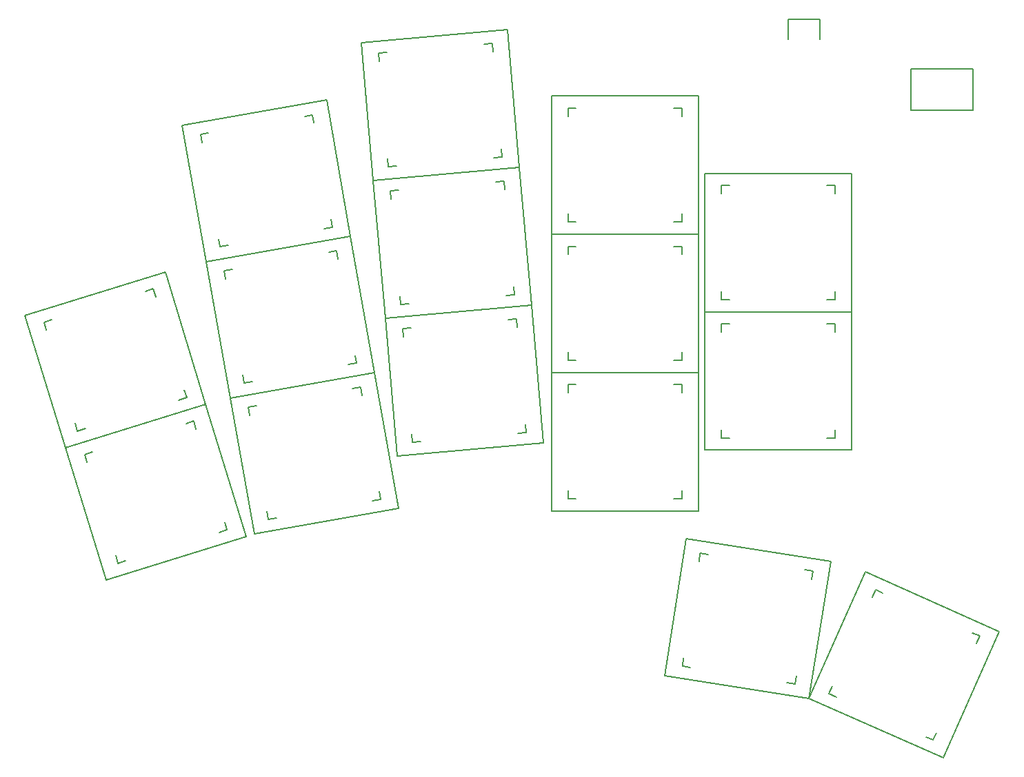
<source format=gbr>
%TF.GenerationSoftware,KiCad,Pcbnew,(6.0.4)*%
%TF.CreationDate,2022-05-21T23:26:30+02:00*%
%TF.ProjectId,battoota,62617474-6f6f-4746-912e-6b696361645f,v1.0.0*%
%TF.SameCoordinates,Original*%
%TF.FileFunction,OtherDrawing,Comment*%
%FSLAX46Y46*%
G04 Gerber Fmt 4.6, Leading zero omitted, Abs format (unit mm)*
G04 Created by KiCad (PCBNEW (6.0.4)) date 2022-05-21 23:26:30*
%MOMM*%
%LPD*%
G01*
G04 APERTURE LIST*
%ADD10C,0.150000*%
G04 APERTURE END LIST*
D10*
%TO.C,S11*%
X63451567Y109438376D02*
X63277918Y110423184D01*
X77065227Y112854259D02*
X77238875Y111869451D01*
X79322653Y100051758D02*
X79496302Y99066950D01*
X78511494Y98893302D02*
X79496302Y99066950D01*
X65708993Y96635875D02*
X66693801Y96809524D01*
X81726389Y97937035D02*
X63999850Y94811368D01*
X64262726Y110596832D02*
X63277918Y110423184D01*
X77065227Y112854259D02*
X76080419Y112680610D01*
X78774370Y114678766D02*
X81726389Y97937035D01*
X61047831Y111553099D02*
X78774370Y114678766D01*
X63999850Y94811368D02*
X61047831Y111553099D01*
X65708993Y96635875D02*
X65535345Y97620683D01*
%TO.C,S34*%
X158956766Y48785916D02*
X158550029Y47872370D01*
X144950143Y56664020D02*
X161393962Y49342761D01*
X161393962Y49342761D02*
X154479439Y33812488D01*
X140472816Y41690592D02*
X141386362Y41283856D01*
X145760393Y53566683D02*
X146167129Y54480229D01*
X138035620Y41133747D02*
X144950143Y56664020D01*
X158956766Y48785916D02*
X158043220Y49192652D01*
X154479439Y33812488D02*
X138035620Y41133747D01*
X152348907Y36403016D02*
X153262453Y35996279D01*
X153669189Y36909825D02*
X153262453Y35996279D01*
X140472816Y41690592D02*
X140879553Y42604138D01*
X147080675Y54073492D02*
X146167129Y54480229D01*
%TO.C,S15*%
X103928219Y89430914D02*
X85996715Y87862110D01*
X84515067Y104797420D02*
X102446571Y106366224D01*
X100584916Y104697620D02*
X100672071Y103701425D01*
X100584916Y104697620D02*
X99588721Y104610464D01*
X85996715Y87862110D02*
X84515067Y104797420D01*
X100808901Y90663739D02*
X101805096Y90750894D01*
X102446571Y106366224D02*
X103928219Y89430914D01*
X101717940Y91747089D02*
X101805096Y90750894D01*
X87858370Y89530714D02*
X87771215Y90526909D01*
X87858370Y89530714D02*
X88854565Y89617870D01*
X86725346Y102481245D02*
X86638190Y103477440D01*
X87634385Y103564595D02*
X86638190Y103477440D01*
%TO.C,S21*%
X124411087Y81186017D02*
X106411087Y81186017D01*
X109411087Y96686017D02*
X108411087Y96686017D01*
X122411087Y83686017D02*
X122411087Y82686017D01*
X124411087Y98186017D02*
X124411087Y81186017D01*
X106411087Y81186017D02*
X106411087Y98186017D01*
X122411087Y96686017D02*
X122411087Y95686017D01*
X121411087Y82686017D02*
X122411087Y82686017D01*
X108411087Y95686017D02*
X108411087Y96686017D01*
X122411087Y96686017D02*
X121411087Y96686017D01*
X108411087Y82686017D02*
X108411087Y83686017D01*
X108411087Y82686017D02*
X109411087Y82686017D01*
X106411087Y98186017D02*
X124411087Y98186017D01*
%TO.C,S8*%
X70166764Y77113368D02*
X69181956Y76939720D01*
X87630427Y64453571D02*
X69903888Y61327904D01*
X82969265Y79370795D02*
X83142913Y78385987D01*
X69903888Y61327904D02*
X66951869Y78069635D01*
X84415532Y65409838D02*
X85400340Y65583486D01*
X85226691Y66568294D02*
X85400340Y65583486D01*
X84678408Y81195302D02*
X87630427Y64453571D01*
X66951869Y78069635D02*
X84678408Y81195302D01*
X69355605Y75954912D02*
X69181956Y76939720D01*
X82969265Y79370795D02*
X81984457Y79197146D01*
X71613031Y63152411D02*
X72597839Y63326060D01*
X71613031Y63152411D02*
X71439383Y64137219D01*
%TO.C,T1*%
X139318406Y124601838D02*
X139318406Y122101838D01*
X135418406Y122101838D02*
X135418406Y124601838D01*
X135418406Y124601838D02*
X139318406Y124601838D01*
%TO.C,T2*%
X139318406Y124601838D02*
X139318406Y122101838D01*
X135418406Y124601838D02*
X139318406Y124601838D01*
X135418406Y122101838D02*
X135418406Y124601838D01*
%TO.C,S14*%
X89340018Y72595404D02*
X89252863Y73591599D01*
X105409867Y72495604D02*
X87478363Y70926800D01*
X103928219Y89430914D02*
X105409867Y72495604D01*
X85996715Y87862110D02*
X103928219Y89430914D01*
X89116033Y86629285D02*
X88119838Y86542130D01*
X102066564Y87762310D02*
X101070369Y87675154D01*
X87478363Y70926800D02*
X85996715Y87862110D01*
X88206994Y85545935D02*
X88119838Y86542130D01*
X89340018Y72595404D02*
X90336213Y72682560D01*
X102066564Y87762310D02*
X102153719Y86766115D01*
X102290549Y73728429D02*
X103286744Y73815584D01*
X103199588Y74811779D02*
X103286744Y73815584D01*
%TO.C,S20*%
X108411087Y78686017D02*
X108411087Y79686017D01*
X122411087Y66686017D02*
X122411087Y65686017D01*
X106411087Y64186017D02*
X106411087Y81186017D01*
X106411087Y81186017D02*
X124411087Y81186017D01*
X109411087Y79686017D02*
X108411087Y79686017D01*
X122411087Y79686017D02*
X122411087Y78686017D01*
X122411087Y79686017D02*
X121411087Y79686017D01*
X121411087Y65686017D02*
X122411087Y65686017D01*
X124411087Y81186017D02*
X124411087Y64186017D01*
X124411087Y64186017D02*
X106411087Y64186017D01*
X108411087Y65686017D02*
X108411087Y66686017D01*
X108411087Y65686017D02*
X109411087Y65686017D01*
%TO.C,S28*%
X141218280Y87153254D02*
X140218280Y87153254D01*
X140218280Y73153254D02*
X141218280Y73153254D01*
X128218280Y87153254D02*
X127218280Y87153254D01*
X127218280Y86153254D02*
X127218280Y87153254D01*
X143218280Y71653254D02*
X125218280Y71653254D01*
X143218280Y88653254D02*
X143218280Y71653254D01*
X141218280Y87153254D02*
X141218280Y86153254D01*
X141218280Y74153254D02*
X141218280Y73153254D01*
X125218280Y88653254D02*
X143218280Y88653254D01*
X125218280Y71653254D02*
X125218280Y88653254D01*
X127218280Y73153254D02*
X128218280Y73153254D01*
X127218280Y73153254D02*
X127218280Y74153254D01*
%TO.C,S29*%
X143218280Y88653254D02*
X125218280Y88653254D01*
X125218280Y105653254D02*
X143218280Y105653254D01*
X140218280Y90153254D02*
X141218280Y90153254D01*
X127218280Y90153254D02*
X128218280Y90153254D01*
X127218280Y103153254D02*
X127218280Y104153254D01*
X141218280Y104153254D02*
X140218280Y104153254D01*
X125218280Y88653254D02*
X125218280Y105653254D01*
X141218280Y104153254D02*
X141218280Y103153254D01*
X141218280Y91153254D02*
X141218280Y90153254D01*
X127218280Y90153254D02*
X127218280Y91153254D01*
X143218280Y105653254D02*
X143218280Y88653254D01*
X128218280Y104153254D02*
X127218280Y104153254D01*
%TO.C,S33*%
X152348907Y36403016D02*
X153262453Y35996279D01*
X158956766Y48785916D02*
X158550029Y47872370D01*
X140472816Y41690592D02*
X140879553Y42604138D01*
X145760393Y53566683D02*
X146167129Y54480229D01*
X138035620Y41133747D02*
X144950143Y56664020D01*
X153669189Y36909825D02*
X153262453Y35996279D01*
X158956766Y48785916D02*
X158043220Y49192652D01*
X144950143Y56664020D02*
X161393962Y49342761D01*
X161393962Y49342761D02*
X154479439Y33812488D01*
X147080675Y54073492D02*
X146167129Y54480229D01*
X140472816Y41690592D02*
X141386362Y41283856D01*
X154479439Y33812488D02*
X138035620Y41133747D01*
%TO.C,S7*%
X84415532Y65409838D02*
X85400340Y65583486D01*
X71613031Y63152411D02*
X72597839Y63326060D01*
X66951869Y78069635D02*
X84678408Y81195302D01*
X70166764Y77113368D02*
X69181956Y76939720D01*
X69903888Y61327904D02*
X66951869Y78069635D01*
X82969265Y79370795D02*
X83142913Y78385987D01*
X87630427Y64453571D02*
X69903888Y61327904D01*
X82969265Y79370795D02*
X81984457Y79197146D01*
X85226691Y66568294D02*
X85400340Y65583486D01*
X84678408Y81195302D02*
X87630427Y64453571D01*
X71613031Y63152411D02*
X71439383Y64137219D01*
X69355605Y75954912D02*
X69181956Y76939720D01*
%TO.C,S5*%
X61290623Y79038736D02*
X61582994Y78082432D01*
X60626689Y77790060D02*
X61582994Y78082432D01*
X45057829Y87669866D02*
X44101524Y87377494D01*
X41750357Y88227208D02*
X58963842Y93489899D01*
X44393895Y86421190D02*
X44101524Y87377494D01*
X48194728Y73989228D02*
X49151032Y74281599D01*
X57489790Y91470698D02*
X57782162Y90514393D01*
X58963842Y93489899D02*
X63934161Y77232718D01*
X63934161Y77232718D02*
X46720676Y71970027D01*
X46720676Y71970027D02*
X41750357Y88227208D01*
X48194728Y73989228D02*
X47902356Y74945533D01*
X57489790Y91470698D02*
X56533486Y91178327D01*
%TO.C,S27*%
X125218280Y71653254D02*
X125218280Y88653254D01*
X125218280Y88653254D02*
X143218280Y88653254D01*
X143218280Y88653254D02*
X143218280Y71653254D01*
X127218280Y86153254D02*
X127218280Y87153254D01*
X141218280Y74153254D02*
X141218280Y73153254D01*
X141218280Y87153254D02*
X140218280Y87153254D01*
X128218280Y87153254D02*
X127218280Y87153254D01*
X127218280Y73153254D02*
X128218280Y73153254D01*
X127218280Y73153254D02*
X127218280Y74153254D01*
X143218280Y71653254D02*
X125218280Y71653254D01*
X140218280Y73153254D02*
X141218280Y73153254D01*
X141218280Y87153254D02*
X141218280Y86153254D01*
%TO.C,S9*%
X80017246Y96112527D02*
X80190894Y95127719D01*
X81726389Y97937034D02*
X84678408Y81195303D01*
X63999850Y94811367D02*
X81726389Y97937034D01*
X82274672Y83310026D02*
X82448321Y82325218D01*
X68661012Y79894143D02*
X69645820Y80067792D01*
X80017246Y96112527D02*
X79032438Y95938878D01*
X81463513Y82151570D02*
X82448321Y82325218D01*
X66951869Y78069636D02*
X63999850Y94811367D01*
X68661012Y79894143D02*
X68487364Y80878951D01*
X66403586Y92696644D02*
X66229937Y93681452D01*
X84678408Y81195303D02*
X66951869Y78069636D01*
X67214745Y93855100D02*
X66229937Y93681452D01*
%TO.C,S16*%
X87634385Y103564595D02*
X86638190Y103477440D01*
X100808901Y90663739D02*
X101805096Y90750894D01*
X100584916Y104697620D02*
X99588721Y104610464D01*
X100584916Y104697620D02*
X100672071Y103701425D01*
X87858370Y89530714D02*
X87771215Y90526909D01*
X86725346Y102481245D02*
X86638190Y103477440D01*
X85996715Y87862110D02*
X84515067Y104797420D01*
X102446571Y106366224D02*
X103928219Y89430914D01*
X103928219Y89430914D02*
X85996715Y87862110D01*
X101717940Y91747089D02*
X101805096Y90750894D01*
X87858370Y89530714D02*
X88854565Y89617870D01*
X84515067Y104797420D02*
X102446571Y106366224D01*
%TO.C,S30*%
X140218280Y90153254D02*
X141218280Y90153254D01*
X141218280Y91153254D02*
X141218280Y90153254D01*
X125218280Y88653254D02*
X125218280Y105653254D01*
X127218280Y90153254D02*
X128218280Y90153254D01*
X127218280Y103153254D02*
X127218280Y104153254D01*
X125218280Y105653254D02*
X143218280Y105653254D01*
X127218280Y90153254D02*
X127218280Y91153254D01*
X141218280Y104153254D02*
X141218280Y103153254D01*
X143218280Y88653254D02*
X125218280Y88653254D01*
X143218280Y105653254D02*
X143218280Y88653254D01*
X128218280Y104153254D02*
X127218280Y104153254D01*
X141218280Y104153254D02*
X140218280Y104153254D01*
%TO.C,S13*%
X89116033Y86629285D02*
X88119838Y86542130D01*
X102066564Y87762310D02*
X102153719Y86766115D01*
X103199588Y74811779D02*
X103286744Y73815584D01*
X87478363Y70926800D02*
X85996715Y87862110D01*
X103928219Y89430914D02*
X105409867Y72495604D01*
X89340018Y72595404D02*
X89252863Y73591599D01*
X105409867Y72495604D02*
X87478363Y70926800D01*
X89340018Y72595404D02*
X90336213Y72682560D01*
X88206994Y85545935D02*
X88119838Y86542130D01*
X102066564Y87762310D02*
X101070369Y87675154D01*
X102290549Y73728429D02*
X103286744Y73815584D01*
X85996715Y87862110D02*
X103928219Y89430914D01*
%TO.C,S24*%
X124411087Y115186017D02*
X124411087Y98186017D01*
X122411087Y113686017D02*
X122411087Y112686017D01*
X106411087Y98186017D02*
X106411087Y115186017D01*
X108411087Y112686017D02*
X108411087Y113686017D01*
X121411087Y99686017D02*
X122411087Y99686017D01*
X108411087Y99686017D02*
X109411087Y99686017D01*
X109411087Y113686017D02*
X108411087Y113686017D01*
X122411087Y113686017D02*
X121411087Y113686017D01*
X108411087Y99686017D02*
X108411087Y100686017D01*
X106411087Y115186017D02*
X124411087Y115186017D01*
X122411087Y100686017D02*
X122411087Y99686017D01*
X124411087Y98186017D02*
X106411087Y98186017D01*
%TO.C,S17*%
X100236293Y108682399D02*
X100323449Y107686204D01*
X84515068Y104797420D02*
X83033420Y121732730D01*
X99327254Y107599049D02*
X100323449Y107686204D01*
X86152738Y120499905D02*
X85156543Y120412750D01*
X102446572Y106366224D02*
X84515068Y104797420D01*
X86376723Y106466024D02*
X87372918Y106553180D01*
X86376723Y106466024D02*
X86289568Y107462219D01*
X100964924Y123301534D02*
X102446572Y106366224D01*
X85243699Y119416555D02*
X85156543Y120412750D01*
X99103269Y121632930D02*
X98107074Y121545774D01*
X83033420Y121732730D02*
X100964924Y123301534D01*
X99103269Y121632930D02*
X99190424Y120636735D01*
%TO.C,S4*%
X63934161Y77232718D02*
X68904480Y60975537D01*
X50028148Y71412685D02*
X49071843Y71120313D01*
X53165047Y57732047D02*
X54121351Y58024418D01*
X65597008Y61532879D02*
X66553313Y61825251D01*
X46720676Y71970027D02*
X63934161Y77232718D01*
X51690995Y55712846D02*
X46720676Y71970027D01*
X49364214Y70164009D02*
X49071843Y71120313D01*
X53165047Y57732047D02*
X52872675Y58688352D01*
X66260942Y62781555D02*
X66553313Y61825251D01*
X62460109Y75213517D02*
X62752481Y74257212D01*
X68904480Y60975537D02*
X51690995Y55712846D01*
X62460109Y75213517D02*
X61503805Y74921146D01*
%TO.C,S10*%
X84678408Y81195303D02*
X66951869Y78069636D01*
X63999850Y94811367D02*
X81726389Y97937034D01*
X82274672Y83310026D02*
X82448321Y82325218D01*
X66403586Y92696644D02*
X66229937Y93681452D01*
X67214745Y93855100D02*
X66229937Y93681452D01*
X80017246Y96112527D02*
X80190894Y95127719D01*
X81463513Y82151570D02*
X82448321Y82325218D01*
X80017246Y96112527D02*
X79032438Y95938878D01*
X81726389Y97937034D02*
X84678408Y81195303D01*
X68661012Y79894143D02*
X69645820Y80067792D01*
X68661012Y79894143D02*
X68487364Y80878951D01*
X66951869Y78069636D02*
X63999850Y94811367D01*
%TO.C,S22*%
X108411087Y82686017D02*
X109411087Y82686017D01*
X124411087Y81186017D02*
X106411087Y81186017D01*
X122411087Y96686017D02*
X121411087Y96686017D01*
X122411087Y96686017D02*
X122411087Y95686017D01*
X122411087Y83686017D02*
X122411087Y82686017D01*
X106411087Y81186017D02*
X106411087Y98186017D01*
X109411087Y96686017D02*
X108411087Y96686017D01*
X108411087Y82686017D02*
X108411087Y83686017D01*
X121411087Y82686017D02*
X122411087Y82686017D01*
X108411087Y95686017D02*
X108411087Y96686017D01*
X106411087Y98186017D02*
X124411087Y98186017D01*
X124411087Y98186017D02*
X124411087Y81186017D01*
%TO.C,S31*%
X122467258Y45118232D02*
X123454947Y44961797D01*
X135307207Y43084584D02*
X136294895Y42928149D01*
X124500906Y57958180D02*
X124657341Y58945869D01*
X138484978Y56755786D02*
X138328543Y55768098D01*
X120257230Y43949568D02*
X122916616Y60740270D01*
X138035620Y41133748D02*
X120257230Y43949568D01*
X138484978Y56755786D02*
X137497289Y56912221D01*
X136451330Y43915838D02*
X136294895Y42928149D01*
X125645029Y58789434D02*
X124657341Y58945869D01*
X140695006Y57924450D02*
X138035620Y41133748D01*
X122467258Y45118232D02*
X122623693Y46105920D01*
X122916616Y60740270D02*
X140695006Y57924450D01*
%TO.C,MCU1*%
X150547213Y113437254D02*
X150547213Y118517254D01*
X150508690Y113437254D02*
X150508690Y118517254D01*
X158128690Y113437254D02*
X150508690Y113437254D01*
X150547213Y118517254D02*
X158167213Y118517254D01*
X158167213Y118517254D02*
X158167213Y113437254D01*
X158167213Y113437254D02*
X150547213Y113437254D01*
X158128690Y118517254D02*
X158128690Y113437254D01*
%TO.C,S3*%
X50028148Y71412685D02*
X49071843Y71120313D01*
X62460109Y75213517D02*
X61503805Y74921146D01*
X51690995Y55712846D02*
X46720676Y71970027D01*
X53165047Y57732047D02*
X54121351Y58024418D01*
X62460109Y75213517D02*
X62752481Y74257212D01*
X46720676Y71970027D02*
X63934161Y77232718D01*
X49364214Y70164009D02*
X49071843Y71120313D01*
X65597008Y61532879D02*
X66553313Y61825251D01*
X63934161Y77232718D02*
X68904480Y60975537D01*
X53165047Y57732047D02*
X52872675Y58688352D01*
X66260942Y62781555D02*
X66553313Y61825251D01*
X68904480Y60975537D02*
X51690995Y55712846D01*
%TO.C,S32*%
X124500906Y57958180D02*
X124657341Y58945869D01*
X138484978Y56755786D02*
X137497289Y56912221D01*
X122467258Y45118232D02*
X122623693Y46105920D01*
X138035620Y41133748D02*
X120257230Y43949568D01*
X136451330Y43915838D02*
X136294895Y42928149D01*
X135307207Y43084584D02*
X136294895Y42928149D01*
X122467258Y45118232D02*
X123454947Y44961797D01*
X120257230Y43949568D02*
X122916616Y60740270D01*
X138484978Y56755786D02*
X138328543Y55768098D01*
X125645029Y58789434D02*
X124657341Y58945869D01*
X140695006Y57924450D02*
X138035620Y41133748D01*
X122916616Y60740270D02*
X140695006Y57924450D01*
%TO.C,S12*%
X63999850Y94811368D02*
X61047831Y111553099D01*
X61047831Y111553099D02*
X78774370Y114678766D01*
X63451567Y109438376D02*
X63277918Y110423184D01*
X78511494Y98893302D02*
X79496302Y99066950D01*
X77065227Y112854259D02*
X77238875Y111869451D01*
X65708993Y96635875D02*
X66693801Y96809524D01*
X79322653Y100051758D02*
X79496302Y99066950D01*
X77065227Y112854259D02*
X76080419Y112680610D01*
X78774370Y114678766D02*
X81726389Y97937035D01*
X64262726Y110596832D02*
X63277918Y110423184D01*
X65708993Y96635875D02*
X65535345Y97620683D01*
X81726389Y97937035D02*
X63999850Y94811368D01*
%TO.C,S23*%
X121411087Y99686017D02*
X122411087Y99686017D01*
X108411087Y99686017D02*
X108411087Y100686017D01*
X106411087Y115186017D02*
X124411087Y115186017D01*
X122411087Y100686017D02*
X122411087Y99686017D01*
X106411087Y98186017D02*
X106411087Y115186017D01*
X109411087Y113686017D02*
X108411087Y113686017D01*
X122411087Y113686017D02*
X122411087Y112686017D01*
X108411087Y99686017D02*
X109411087Y99686017D01*
X122411087Y113686017D02*
X121411087Y113686017D01*
X124411087Y115186017D02*
X124411087Y98186017D01*
X124411087Y98186017D02*
X106411087Y98186017D01*
X108411087Y112686017D02*
X108411087Y113686017D01*
%TO.C,S6*%
X45057829Y87669866D02*
X44101524Y87377494D01*
X44393895Y86421190D02*
X44101524Y87377494D01*
X57489790Y91470698D02*
X57782162Y90514393D01*
X63934161Y77232718D02*
X46720676Y71970027D01*
X48194728Y73989228D02*
X47902356Y74945533D01*
X41750357Y88227208D02*
X58963842Y93489899D01*
X60626689Y77790060D02*
X61582994Y78082432D01*
X46720676Y71970027D02*
X41750357Y88227208D01*
X58963842Y93489899D02*
X63934161Y77232718D01*
X57489790Y91470698D02*
X56533486Y91178327D01*
X61290623Y79038736D02*
X61582994Y78082432D01*
X48194728Y73989228D02*
X49151032Y74281599D01*
%TO.C,S19*%
X108411087Y65686017D02*
X109411087Y65686017D01*
X121411087Y65686017D02*
X122411087Y65686017D01*
X108411087Y78686017D02*
X108411087Y79686017D01*
X122411087Y79686017D02*
X122411087Y78686017D01*
X124411087Y64186017D02*
X106411087Y64186017D01*
X106411087Y81186017D02*
X124411087Y81186017D01*
X108411087Y65686017D02*
X108411087Y66686017D01*
X124411087Y81186017D02*
X124411087Y64186017D01*
X122411087Y79686017D02*
X121411087Y79686017D01*
X109411087Y79686017D02*
X108411087Y79686017D01*
X122411087Y66686017D02*
X122411087Y65686017D01*
X106411087Y64186017D02*
X106411087Y81186017D01*
%TO.C,S18*%
X86376723Y106466024D02*
X87372918Y106553180D01*
X85243699Y119416555D02*
X85156543Y120412750D01*
X100964924Y123301534D02*
X102446572Y106366224D01*
X86152738Y120499905D02*
X85156543Y120412750D01*
X84515068Y104797420D02*
X83033420Y121732730D01*
X102446572Y106366224D02*
X84515068Y104797420D01*
X99327254Y107599049D02*
X100323449Y107686204D01*
X86376723Y106466024D02*
X86289568Y107462219D01*
X100236293Y108682399D02*
X100323449Y107686204D01*
X99103269Y121632930D02*
X98107074Y121545774D01*
X83033420Y121732730D02*
X100964924Y123301534D01*
X99103269Y121632930D02*
X99190424Y120636735D01*
%TD*%
M02*

</source>
